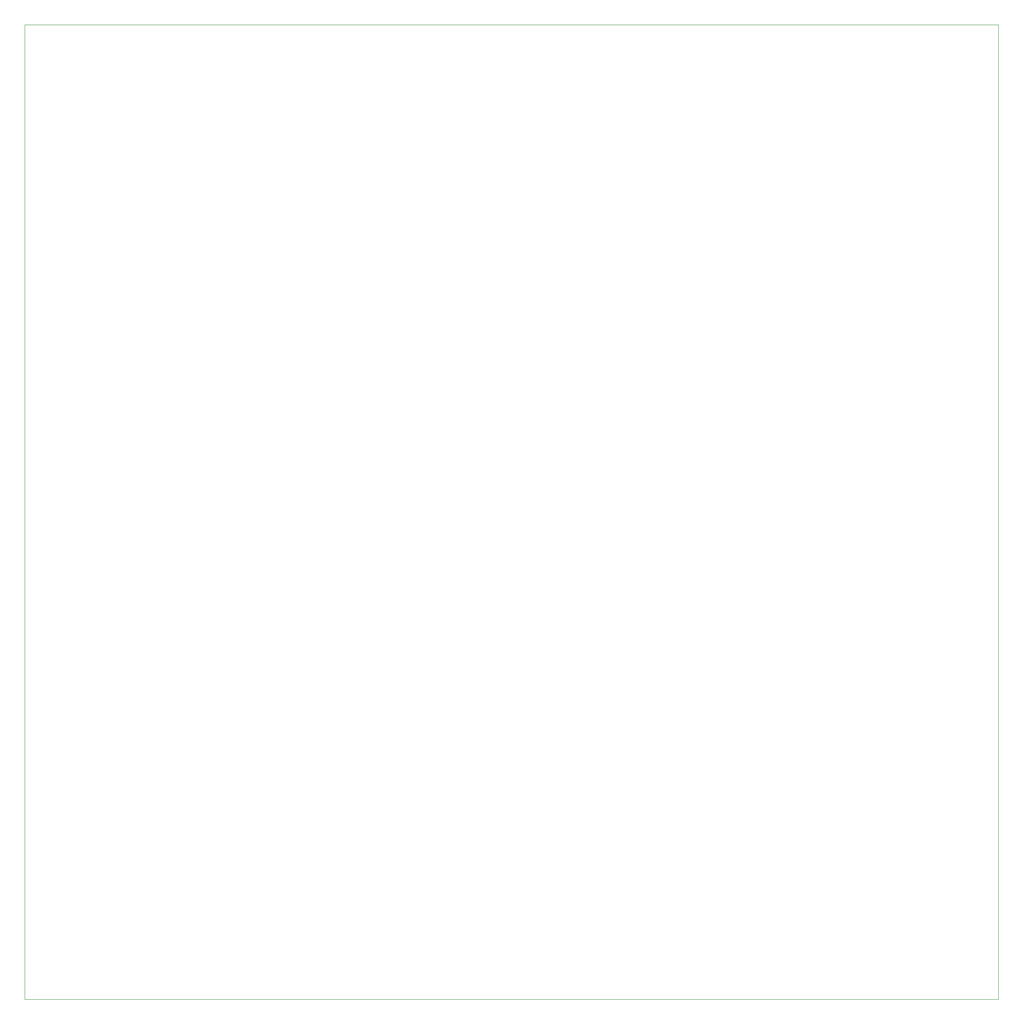
<source format=gbr>
G04 #@! TF.FileFunction,Profile,NP*
%FSLAX46Y46*%
G04 Gerber Fmt 4.6, Leading zero omitted, Abs format (unit mm)*
G04 Created by KiCad (PCBNEW 0.201502231246+5447~21~ubuntu14.04.1-product) date Sat 28 Mar 2015 12:02:36 AEDT*
%MOMM*%
G01*
G04 APERTURE LIST*
%ADD10C,0.100000*%
G04 APERTURE END LIST*
D10*
X36499800Y46431200D02*
X233629200Y46431200D01*
X36499800Y-150774400D02*
X36499800Y46431200D01*
X233629200Y-150774400D02*
X36499800Y-150774400D01*
X233629200Y46431200D02*
X233629200Y-150774400D01*
M02*

</source>
